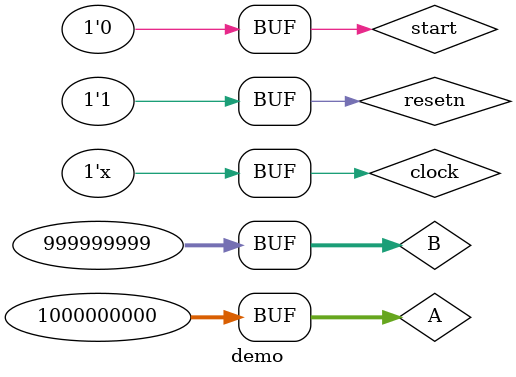
<source format=v>
`timescale 1ns / 1ps


module demo(



       );
reg clock = 0;
reg resetn = 0;
wire [31:0] A = 1000000000;
wire [31:0] B = 999999999;
reg start = 0;
wire busy;
wire [31:0] q;
wire [31:0] r;


divider uut(
            .clock(clock),
            .resetn(resetn),
            .a(A),
            .b(B),
            .start(start),
            .busy(busy),
            .q(q),
            .r(r)
        );
initial begin
    #50 resetn = 1;
    #10 start = 1;
    #50 start = 0;
end

always #10 clock = ~clock;





endmodule

</source>
